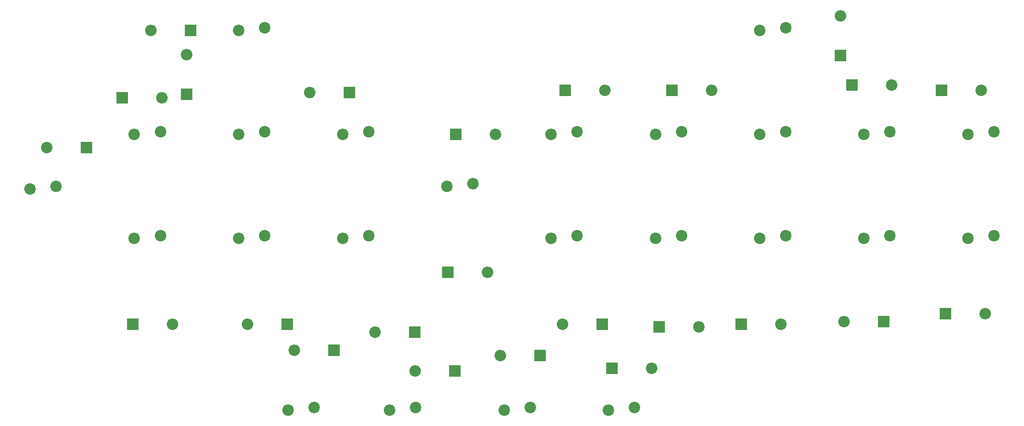
<source format=gbr>
%TF.GenerationSoftware,KiCad,Pcbnew,8.0.5*%
%TF.CreationDate,2024-10-09T17:51:35-04:00*%
%TF.ProjectId,board,626f6172-642e-46b6-9963-61645f706362,1*%
%TF.SameCoordinates,Original*%
%TF.FileFunction,Soldermask,Bot*%
%TF.FilePolarity,Negative*%
%FSLAX46Y46*%
G04 Gerber Fmt 4.6, Leading zero omitted, Abs format (unit mm)*
G04 Created by KiCad (PCBNEW 8.0.5) date 2024-10-09 17:51:35*
%MOMM*%
%LPD*%
G01*
G04 APERTURE LIST*
%ADD10O,2.200000X2.200000*%
%ADD11R,2.200000X2.200000*%
%ADD12C,2.200000*%
G04 APERTURE END LIST*
D10*
%TO.C,D24*%
X69690000Y-40500000D03*
D11*
X77310000Y-40500000D03*
%TD*%
%TO.C,D23*%
X149190000Y-52000000D03*
D10*
X156810000Y-52000000D03*
%TD*%
D11*
%TO.C,D22*%
X95810000Y-97000000D03*
D10*
X88190000Y-97000000D03*
%TD*%
D11*
%TO.C,D21*%
X202000000Y-45310000D03*
D10*
X202000000Y-37690000D03*
%TD*%
D11*
%TO.C,D20*%
X210310000Y-96500000D03*
D10*
X202690000Y-96500000D03*
%TD*%
D11*
%TO.C,D19*%
X107810000Y-52500000D03*
D10*
X100190000Y-52500000D03*
%TD*%
D11*
%TO.C,D18*%
X156310000Y-97000000D03*
D10*
X148690000Y-97000000D03*
%TD*%
D11*
%TO.C,D17*%
X204190000Y-51000000D03*
D10*
X211810000Y-51000000D03*
%TD*%
D11*
%TO.C,D16*%
X66190000Y-97000000D03*
D10*
X73810000Y-97000000D03*
%TD*%
%TO.C,D15*%
X97190000Y-102000000D03*
D11*
X104810000Y-102000000D03*
%TD*%
%TO.C,D14*%
X120310000Y-98500000D03*
D10*
X112690000Y-98500000D03*
%TD*%
%TO.C,D13*%
X135810000Y-60500000D03*
D11*
X128190000Y-60500000D03*
%TD*%
%TO.C,D12*%
X158190000Y-105500000D03*
D10*
X165810000Y-105500000D03*
%TD*%
D11*
%TO.C,D11*%
X126690000Y-87000000D03*
D10*
X134310000Y-87000000D03*
%TD*%
D11*
%TO.C,D10*%
X128000000Y-106000000D03*
D10*
X120380000Y-106000000D03*
%TD*%
D11*
%TO.C,D9*%
X76500000Y-52810000D03*
D10*
X76500000Y-45190000D03*
%TD*%
D11*
%TO.C,D8*%
X167190000Y-97500000D03*
D10*
X174810000Y-97500000D03*
%TD*%
D11*
%TO.C,D7*%
X169690000Y-52000000D03*
D10*
X177310000Y-52000000D03*
%TD*%
D11*
%TO.C,D6*%
X183000000Y-97000000D03*
D10*
X190620000Y-97000000D03*
%TD*%
D11*
%TO.C,D5*%
X64190000Y-53500000D03*
D10*
X71810000Y-53500000D03*
%TD*%
D11*
%TO.C,D4*%
X144310000Y-103000000D03*
D10*
X136690000Y-103000000D03*
%TD*%
D11*
%TO.C,D3*%
X222190000Y-95000000D03*
D10*
X229810000Y-95000000D03*
%TD*%
D11*
%TO.C,D2*%
X221437500Y-52000000D03*
D10*
X229057500Y-52000000D03*
%TD*%
D11*
%TO.C,D1*%
X57310000Y-63000000D03*
D10*
X49690000Y-63000000D03*
%TD*%
D12*
%TO.C,SWZ1*%
X231500000Y-80000000D03*
X226500000Y-80500000D03*
%TD*%
%TO.C,SW#2*%
X191500000Y-40000000D03*
X186500000Y-40500000D03*
%TD*%
%TO.C,SW\u002A1*%
X131500000Y-70000000D03*
X126500000Y-70500000D03*
%TD*%
%TO.C,SWT2*%
X211500000Y-60000000D03*
X206500000Y-60500000D03*
%TD*%
%TO.C,SWR2*%
X151500000Y-80000000D03*
X146500000Y-80500000D03*
%TD*%
%TO.C,SWP2*%
X171500000Y-60000000D03*
X166500000Y-60500000D03*
%TD*%
%TO.C,SWO1*%
X120500000Y-113000000D03*
X115500000Y-113500000D03*
%TD*%
%TO.C,SW#1*%
X91500000Y-40000000D03*
X86500000Y-40500000D03*
%TD*%
%TO.C,SWU1*%
X162500000Y-113000000D03*
X157500000Y-113500000D03*
%TD*%
%TO.C,SWB1*%
X171500000Y-80000000D03*
X166500000Y-80500000D03*
%TD*%
%TO.C,SWH1*%
X111500000Y-60000000D03*
X106500000Y-60500000D03*
%TD*%
%TO.C,SWT1*%
X71500000Y-60000000D03*
X66500000Y-60500000D03*
%TD*%
%TO.C,SWA1*%
X101000000Y-113000000D03*
X96000000Y-113500000D03*
%TD*%
%TO.C,SWL1*%
X191500000Y-60000000D03*
X186500000Y-60500000D03*
%TD*%
%TO.C,SWF1*%
X151500000Y-60000000D03*
X146500000Y-60500000D03*
%TD*%
%TO.C,SWG1*%
X191500000Y-80000000D03*
X186500000Y-80500000D03*
%TD*%
%TO.C,SWK1*%
X71500000Y-80000000D03*
X66500000Y-80500000D03*
%TD*%
%TO.C,SWD1*%
X231500000Y-60000000D03*
X226500000Y-60500000D03*
%TD*%
%TO.C,SWW1*%
X91500000Y-80000000D03*
X86500000Y-80500000D03*
%TD*%
%TO.C,SWR1*%
X111500000Y-80000000D03*
X106500000Y-80500000D03*
%TD*%
%TO.C,SWP1*%
X91500000Y-60000000D03*
X86500000Y-60500000D03*
%TD*%
%TO.C,SWS1*%
X51500000Y-70500000D03*
X46500000Y-71000000D03*
%TD*%
%TO.C,SWE1*%
X142500000Y-113000000D03*
X137500000Y-113500000D03*
%TD*%
%TO.C,SWS2*%
X206500000Y-80500000D03*
X211500000Y-80000000D03*
%TD*%
M02*

</source>
